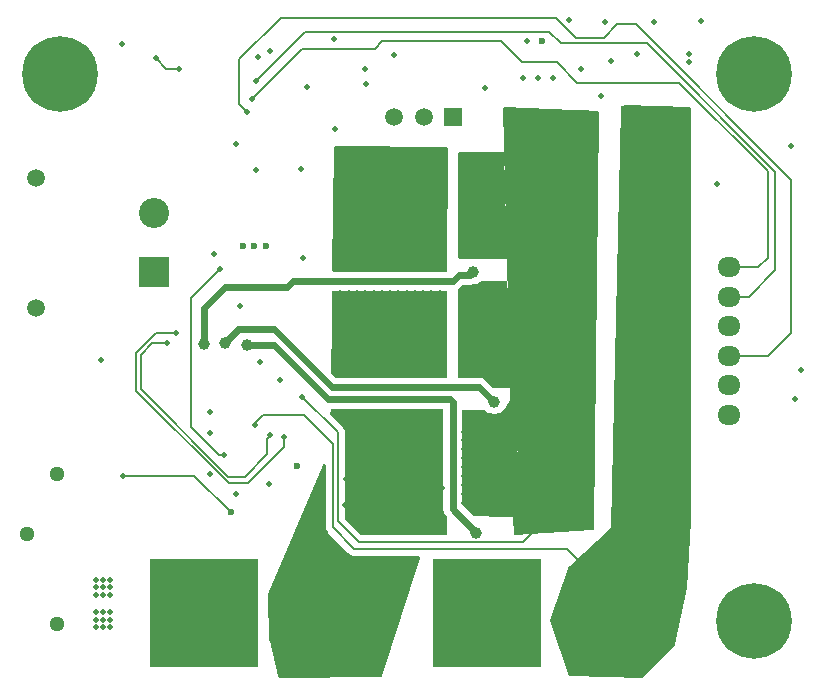
<source format=gbl>
G04 #@! TF.GenerationSoftware,KiCad,Pcbnew,9.0.0*
G04 #@! TF.CreationDate,2025-07-23T17:32:58-04:00*
G04 #@! TF.ProjectId,PresToe_BMS_48V,50726573-546f-4655-9f42-4d535f343856,rev?*
G04 #@! TF.SameCoordinates,Original*
G04 #@! TF.FileFunction,Copper,L6,Bot*
G04 #@! TF.FilePolarity,Positive*
%FSLAX46Y46*%
G04 Gerber Fmt 4.6, Leading zero omitted, Abs format (unit mm)*
G04 Created by KiCad (PCBNEW 9.0.0) date 2025-07-23 17:32:58*
%MOMM*%
%LPD*%
G01*
G04 APERTURE LIST*
G04 #@! TA.AperFunction,ComponentPad*
%ADD10C,0.800000*%
G04 #@! TD*
G04 #@! TA.AperFunction,ComponentPad*
%ADD11C,6.400000*%
G04 #@! TD*
G04 #@! TA.AperFunction,ComponentPad*
%ADD12C,1.295400*%
G04 #@! TD*
G04 #@! TA.AperFunction,ComponentPad*
%ADD13R,1.508000X1.508000*%
G04 #@! TD*
G04 #@! TA.AperFunction,ComponentPad*
%ADD14C,1.508000*%
G04 #@! TD*
G04 #@! TA.AperFunction,ComponentPad*
%ADD15O,1.950000X1.700000*%
G04 #@! TD*
G04 #@! TA.AperFunction,ComponentPad*
%ADD16R,9.150000X9.150000*%
G04 #@! TD*
G04 #@! TA.AperFunction,ComponentPad*
%ADD17C,9.150000*%
G04 #@! TD*
G04 #@! TA.AperFunction,ComponentPad*
%ADD18C,2.550000*%
G04 #@! TD*
G04 #@! TA.AperFunction,ComponentPad*
%ADD19R,2.550000X2.550000*%
G04 #@! TD*
G04 #@! TA.AperFunction,ViaPad*
%ADD20C,0.500000*%
G04 #@! TD*
G04 #@! TA.AperFunction,ViaPad*
%ADD21C,0.600000*%
G04 #@! TD*
G04 #@! TA.AperFunction,ViaPad*
%ADD22C,1.000000*%
G04 #@! TD*
G04 #@! TA.AperFunction,Conductor*
%ADD23C,0.200000*%
G04 #@! TD*
G04 #@! TA.AperFunction,Conductor*
%ADD24C,0.600000*%
G04 #@! TD*
G04 APERTURE END LIST*
D10*
X31850000Y-32000000D03*
X32552944Y-30302944D03*
X32552944Y-33697056D03*
X34250000Y-29600000D03*
D11*
X34250000Y-32000000D03*
D10*
X34250000Y-34400000D03*
X35947056Y-30302944D03*
X35947056Y-33697056D03*
X36650000Y-32000000D03*
D12*
X34025000Y-65800000D03*
X31485000Y-70880000D03*
X34025000Y-78500000D03*
D13*
X67566750Y-35640000D03*
D14*
X65066750Y-35640000D03*
X62566750Y-35640000D03*
D15*
X90937500Y-48320000D03*
X90937500Y-50820000D03*
X90937500Y-53320000D03*
X90937500Y-55820000D03*
X90937500Y-58320000D03*
X90937500Y-60820000D03*
D10*
X90600000Y-78250000D03*
X91302944Y-76552944D03*
X91302944Y-79947056D03*
X93000000Y-75850000D03*
D11*
X93000000Y-78250000D03*
D10*
X93000000Y-80650000D03*
X94697056Y-76552944D03*
X94697056Y-79947056D03*
X95400000Y-78250000D03*
D16*
X46430000Y-77630000D03*
D17*
X57430000Y-77630000D03*
D18*
X42205750Y-43750000D03*
D19*
X42205750Y-48750000D03*
D14*
X32205750Y-40750000D03*
X32205750Y-51750000D03*
D10*
X90600000Y-32000000D03*
X91302944Y-30302944D03*
X91302944Y-33697056D03*
X93000000Y-29600000D03*
D11*
X93000000Y-32000000D03*
D10*
X93000000Y-34400000D03*
X94697056Y-30302944D03*
X94697056Y-33697056D03*
X95400000Y-32000000D03*
D16*
X70430000Y-77630000D03*
D17*
X81430000Y-77630000D03*
D20*
X37275000Y-76050000D03*
X50850000Y-40100000D03*
D21*
X51720000Y-46495000D03*
D20*
X84525000Y-27550000D03*
X37900000Y-76050000D03*
X37750000Y-56175000D03*
X51200000Y-56325000D03*
X57432500Y-28975000D03*
X38525000Y-74800000D03*
X80375000Y-27550000D03*
X46994370Y-60578850D03*
X37900000Y-75425000D03*
D21*
X54300000Y-65140000D03*
D20*
X57500000Y-36595000D03*
D21*
X49720000Y-46495000D03*
D20*
X46994370Y-62350000D03*
X54675000Y-40050000D03*
X46950000Y-65850000D03*
X39520000Y-29460000D03*
X47275000Y-47250000D03*
X37275000Y-74800000D03*
X38525000Y-76050000D03*
X38525000Y-75425000D03*
X87526150Y-30954999D03*
X88525000Y-27450000D03*
X54800000Y-47575000D03*
X51975000Y-66675000D03*
X75975000Y-32342200D03*
X87526150Y-30305001D03*
X52898220Y-57850000D03*
X49495000Y-51610000D03*
X37275000Y-75425000D03*
X37900000Y-74800000D03*
X89875000Y-41300000D03*
D21*
X50720000Y-46495000D03*
D20*
X76450000Y-53250000D03*
X69900000Y-66750000D03*
X75050000Y-49500000D03*
X79250000Y-42000000D03*
X74800000Y-63750000D03*
X75750000Y-60000000D03*
X72950000Y-45750000D03*
X72500000Y-38250000D03*
X78550000Y-51750000D03*
X74350000Y-51000000D03*
X73650000Y-40500000D03*
X73650000Y-44250000D03*
X72950000Y-47250000D03*
X68750000Y-39000000D03*
X68750000Y-50250000D03*
X78550000Y-51000000D03*
X71550000Y-42000000D03*
X72950000Y-59250000D03*
X75050000Y-52500000D03*
X74800000Y-66000000D03*
X75050000Y-51000000D03*
X79500000Y-36000000D03*
X75750000Y-45750000D03*
X74800000Y-63000000D03*
X68750000Y-43500000D03*
X77600000Y-69750000D03*
X75750000Y-56250000D03*
X75050000Y-40500000D03*
X69900000Y-65250000D03*
X68500000Y-63750000D03*
X75750000Y-41250000D03*
X76200000Y-69000000D03*
X75050000Y-44250000D03*
X74350000Y-49500000D03*
X77150000Y-44250000D03*
X75050000Y-42000000D03*
X75750000Y-40500000D03*
X76450000Y-55500000D03*
X72000000Y-68250000D03*
X77150000Y-55500000D03*
X79250000Y-41250000D03*
X76450000Y-46500000D03*
X70150000Y-45750000D03*
X72950000Y-42000000D03*
X69450000Y-39000000D03*
X72250000Y-50250000D03*
X74350000Y-57000000D03*
X68750000Y-61500000D03*
X71550000Y-45750000D03*
X73900000Y-36000000D03*
X76900000Y-69750000D03*
X70850000Y-55500000D03*
X77850000Y-57750000D03*
X74800000Y-62250000D03*
X74350000Y-39750000D03*
X77150000Y-46500000D03*
X76450000Y-41250000D03*
X74600000Y-36000000D03*
X78300000Y-66000000D03*
X74800000Y-65250000D03*
X78550000Y-39750000D03*
X78550000Y-57750000D03*
X73650000Y-39000000D03*
X76700000Y-37500000D03*
X76450000Y-42000000D03*
X69450000Y-61500000D03*
X73200000Y-36000000D03*
X70850000Y-45750000D03*
X79250000Y-47250000D03*
X76450000Y-49500000D03*
X79250000Y-50250000D03*
X75750000Y-55500000D03*
X68750000Y-56250000D03*
X78550000Y-60750000D03*
X75050000Y-42750000D03*
X69450000Y-39750000D03*
X72950000Y-60000000D03*
X77150000Y-60750000D03*
X74350000Y-48000000D03*
X74350000Y-39000000D03*
X78550000Y-56250000D03*
X70850000Y-51750000D03*
X78550000Y-45000000D03*
X68750000Y-51000000D03*
X70850000Y-43500000D03*
X69200000Y-63000000D03*
X78300000Y-69000000D03*
X78550000Y-54000000D03*
X72250000Y-61500000D03*
X76900000Y-63000000D03*
X74100000Y-62250000D03*
X54780000Y-59280000D03*
X74350000Y-54000000D03*
X70850000Y-53250000D03*
X77150000Y-57000000D03*
X79250000Y-52500000D03*
X77850000Y-44250000D03*
X75300000Y-38250000D03*
X70600000Y-66750000D03*
X77150000Y-53250000D03*
X70600000Y-66000000D03*
X73650000Y-61500000D03*
X68500000Y-67500000D03*
X75050000Y-58500000D03*
X70850000Y-61500000D03*
X71550000Y-54750000D03*
X75050000Y-54000000D03*
X69200000Y-67500000D03*
X72950000Y-56250000D03*
X75750000Y-42000000D03*
X69900000Y-64500000D03*
X77400000Y-38250000D03*
X69450000Y-43500000D03*
X70150000Y-51750000D03*
X70150000Y-46500000D03*
X77150000Y-42750000D03*
X79250000Y-54000000D03*
X70850000Y-57000000D03*
X75050000Y-57750000D03*
X78300000Y-68250000D03*
X79500000Y-36750000D03*
X77850000Y-42000000D03*
X73400000Y-67500000D03*
X75050000Y-39750000D03*
X76000000Y-38250000D03*
X72950000Y-40500000D03*
X75750000Y-59250000D03*
X72250000Y-41250000D03*
X72000000Y-66750000D03*
X71550000Y-56250000D03*
X70850000Y-54750000D03*
X77850000Y-60000000D03*
X77850000Y-56250000D03*
X69450000Y-41250000D03*
X78550000Y-59250000D03*
X76450000Y-57750000D03*
X79000000Y-65250000D03*
X72250000Y-53250000D03*
X73400000Y-65250000D03*
X72250000Y-54000000D03*
X70150000Y-41250000D03*
X72950000Y-54750000D03*
X72250000Y-56250000D03*
X75300000Y-36750000D03*
X79000000Y-66000000D03*
X71550000Y-50250000D03*
X77850000Y-61500000D03*
X72700000Y-68250000D03*
X77850000Y-52500000D03*
X78300000Y-69750000D03*
X71550000Y-41250000D03*
X73650000Y-50250000D03*
X77150000Y-49500000D03*
X74350000Y-57750000D03*
X72250000Y-39750000D03*
X77850000Y-41250000D03*
X70150000Y-60750000D03*
X77150000Y-45750000D03*
X72700000Y-63750000D03*
X77150000Y-47250000D03*
X69450000Y-53250000D03*
X68750000Y-60750000D03*
X75050000Y-56250000D03*
X73650000Y-57000000D03*
X72000000Y-64500000D03*
X74350000Y-52500000D03*
X70150000Y-39000000D03*
X74350000Y-44250000D03*
X78100000Y-36000000D03*
X73650000Y-52500000D03*
X75050000Y-48750000D03*
X74800000Y-66750000D03*
X72950000Y-60750000D03*
X79000000Y-62250000D03*
X74100000Y-67500000D03*
X74800000Y-69750000D03*
X71300000Y-65250000D03*
X74600000Y-37500000D03*
X75050000Y-55500000D03*
X75750000Y-50250000D03*
X74100000Y-68250000D03*
X75300000Y-36000000D03*
X70850000Y-51000000D03*
X75500000Y-65250000D03*
X75750000Y-39000000D03*
X72500000Y-36000000D03*
X77400000Y-36750000D03*
X72250000Y-54750000D03*
X76450000Y-56250000D03*
X68750000Y-39750000D03*
X72950000Y-50250000D03*
X77150000Y-51000000D03*
X72700000Y-62250000D03*
X74100000Y-63000000D03*
X73650000Y-60000000D03*
X75750000Y-53250000D03*
X76450000Y-48000000D03*
X75750000Y-60750000D03*
X74100000Y-65250000D03*
X77850000Y-50250000D03*
X78550000Y-43500000D03*
X76200000Y-65250000D03*
X73650000Y-58500000D03*
X77400000Y-36000000D03*
X76000000Y-36000000D03*
X77850000Y-47250000D03*
X78800000Y-37500000D03*
X77150000Y-54000000D03*
X69450000Y-45000000D03*
X79000000Y-69000000D03*
X75500000Y-68250000D03*
X74350000Y-50250000D03*
X70850000Y-42750000D03*
X79250000Y-45000000D03*
X68500000Y-64500000D03*
X68500000Y-65250000D03*
X76200000Y-64500000D03*
X69450000Y-56250000D03*
X72950000Y-51750000D03*
X73650000Y-48000000D03*
X73900000Y-38250000D03*
X71550000Y-42750000D03*
X72250000Y-45750000D03*
X79250000Y-39750000D03*
X76450000Y-60750000D03*
X75500000Y-62250000D03*
X77850000Y-49500000D03*
X70850000Y-45000000D03*
X75750000Y-44250000D03*
X77150000Y-51750000D03*
X76700000Y-36750000D03*
X79000000Y-67500000D03*
X77600000Y-62250000D03*
X73650000Y-54000000D03*
X76450000Y-59250000D03*
X77150000Y-54750000D03*
X74350000Y-53250000D03*
X75750000Y-45000000D03*
X77850000Y-39750000D03*
X76450000Y-47250000D03*
X79250000Y-53250000D03*
X77150000Y-61500000D03*
X70850000Y-56250000D03*
X77150000Y-43500000D03*
X70850000Y-54000000D03*
X77850000Y-46500000D03*
X79000000Y-66750000D03*
X70850000Y-52500000D03*
X76900000Y-64500000D03*
X72700000Y-66750000D03*
X76450000Y-39000000D03*
X70850000Y-40500000D03*
X72950000Y-58500000D03*
X70600000Y-63000000D03*
X72000000Y-67500000D03*
X70850000Y-46500000D03*
X69900000Y-66000000D03*
X73650000Y-42000000D03*
X75050000Y-47250000D03*
X74100000Y-69000000D03*
X77150000Y-39750000D03*
X69900000Y-63000000D03*
X75750000Y-48750000D03*
X76450000Y-44250000D03*
X77850000Y-51750000D03*
X76200000Y-66750000D03*
X70150000Y-55500000D03*
X68750000Y-40500000D03*
X71550000Y-43500000D03*
X73650000Y-60750000D03*
X75750000Y-48000000D03*
X77600000Y-64500000D03*
X75050000Y-54750000D03*
X76200000Y-68250000D03*
X71300000Y-63000000D03*
X72250000Y-45000000D03*
X76450000Y-48750000D03*
X76000000Y-37500000D03*
X77150000Y-56250000D03*
X73400000Y-62250000D03*
X78550000Y-61500000D03*
X74800000Y-69000000D03*
X74350000Y-41250000D03*
X70850000Y-39000000D03*
X78550000Y-45750000D03*
X70150000Y-42000000D03*
X77600000Y-66750000D03*
X72700000Y-64500000D03*
X73400000Y-69000000D03*
X69200000Y-68250000D03*
X71300000Y-66000000D03*
X72250000Y-52500000D03*
X79250000Y-57000000D03*
X76200000Y-63750000D03*
X72000000Y-63000000D03*
X73650000Y-49500000D03*
X76450000Y-50250000D03*
X77150000Y-40500000D03*
X69200000Y-66750000D03*
X73650000Y-55500000D03*
X79250000Y-43500000D03*
X71550000Y-45000000D03*
X71550000Y-61500000D03*
X70850000Y-50250000D03*
X75050000Y-53250000D03*
X75050000Y-45750000D03*
X75750000Y-54000000D03*
X73400000Y-66000000D03*
X72000000Y-65250000D03*
X72250000Y-43500000D03*
X76450000Y-39750000D03*
X72950000Y-52500000D03*
X70600000Y-65250000D03*
X75050000Y-48000000D03*
X75050000Y-45000000D03*
X72250000Y-46500000D03*
X77150000Y-48000000D03*
X77150000Y-42000000D03*
X76450000Y-40500000D03*
X79000000Y-63000000D03*
X72250000Y-60750000D03*
X76200000Y-69750000D03*
X78550000Y-57000000D03*
X74600000Y-38250000D03*
X71300000Y-63750000D03*
X76000000Y-36750000D03*
X68750000Y-42000000D03*
X75050000Y-51750000D03*
X70150000Y-54750000D03*
X73650000Y-51750000D03*
X77600000Y-63000000D03*
X70150000Y-39750000D03*
X73650000Y-53250000D03*
X71300000Y-66750000D03*
X70150000Y-61500000D03*
X73650000Y-39750000D03*
X75050000Y-43500000D03*
X74350000Y-56250000D03*
X75500000Y-67500000D03*
X76450000Y-51750000D03*
X79250000Y-51000000D03*
X72500000Y-37500000D03*
X78800000Y-38250000D03*
X72950000Y-51000000D03*
X73650000Y-45750000D03*
X77850000Y-54750000D03*
X72950000Y-53250000D03*
X76200000Y-63000000D03*
X74100000Y-63750000D03*
X68750000Y-52500000D03*
X72950000Y-43500000D03*
X78300000Y-62250000D03*
X76900000Y-63750000D03*
X72950000Y-46500000D03*
X75500000Y-69750000D03*
X78300000Y-64500000D03*
X76450000Y-57000000D03*
X77150000Y-48750000D03*
X79000000Y-63750000D03*
X74350000Y-55500000D03*
X76450000Y-43500000D03*
X74800000Y-68250000D03*
X76450000Y-60000000D03*
X77850000Y-59250000D03*
X79250000Y-61500000D03*
X77150000Y-39000000D03*
X73650000Y-57750000D03*
X79250000Y-46500000D03*
X76450000Y-51000000D03*
X75750000Y-51000000D03*
X76450000Y-45000000D03*
X79250000Y-56250000D03*
X68750000Y-54750000D03*
X68750000Y-51750000D03*
X78300000Y-67500000D03*
X70150000Y-43500000D03*
X77150000Y-60000000D03*
X75050000Y-61500000D03*
X78550000Y-46500000D03*
X77150000Y-45000000D03*
X74350000Y-45750000D03*
X73400000Y-68250000D03*
X77600000Y-69000000D03*
X72250000Y-55500000D03*
X69450000Y-42750000D03*
X76900000Y-67500000D03*
X79000000Y-64500000D03*
X79250000Y-60750000D03*
X69900000Y-68250000D03*
X77400000Y-37500000D03*
X74800000Y-64500000D03*
X76450000Y-54000000D03*
X75750000Y-47250000D03*
X74350000Y-51750000D03*
X68750000Y-45000000D03*
X72250000Y-39000000D03*
X78550000Y-42750000D03*
X73400000Y-66750000D03*
X73200000Y-38250000D03*
X71550000Y-46500000D03*
X70150000Y-50250000D03*
X75050000Y-50250000D03*
X68750000Y-55500000D03*
X77150000Y-41250000D03*
X76900000Y-66750000D03*
X69450000Y-42000000D03*
X79250000Y-58500000D03*
X73650000Y-41250000D03*
X76450000Y-42750000D03*
X77150000Y-57750000D03*
X72950000Y-41250000D03*
X75500000Y-63000000D03*
X78550000Y-52500000D03*
X72250000Y-40500000D03*
X78100000Y-38250000D03*
X75750000Y-46500000D03*
X70150000Y-45000000D03*
X76900000Y-66000000D03*
X74350000Y-61500000D03*
X68750000Y-44250000D03*
X75050000Y-60750000D03*
X78300000Y-65250000D03*
X72950000Y-39000000D03*
X69450000Y-50250000D03*
X68750000Y-42750000D03*
X75750000Y-43500000D03*
X69200000Y-62250000D03*
X79250000Y-60000000D03*
X73400000Y-63750000D03*
X79500000Y-37500000D03*
X75050000Y-46500000D03*
X72950000Y-57000000D03*
X78550000Y-55500000D03*
X70150000Y-51000000D03*
X74350000Y-40500000D03*
X78550000Y-44250000D03*
X78550000Y-60000000D03*
X74350000Y-59250000D03*
X77150000Y-50250000D03*
X73650000Y-48750000D03*
X71550000Y-44250000D03*
X77850000Y-48000000D03*
X75750000Y-57750000D03*
X71550000Y-53250000D03*
X73400000Y-64500000D03*
X77850000Y-54000000D03*
X75050000Y-41250000D03*
X78100000Y-37500000D03*
X76900000Y-65250000D03*
X77600000Y-66000000D03*
X72950000Y-49500000D03*
X74350000Y-60000000D03*
X73650000Y-51000000D03*
X79250000Y-40500000D03*
X78800000Y-36750000D03*
X75050000Y-57000000D03*
X73400000Y-69750000D03*
X70850000Y-41250000D03*
X79500000Y-38250000D03*
X68750000Y-54000000D03*
X76450000Y-58500000D03*
X71550000Y-39000000D03*
X78550000Y-42000000D03*
X70850000Y-42000000D03*
X75050000Y-39000000D03*
X76700000Y-38250000D03*
X72950000Y-44250000D03*
X71550000Y-39750000D03*
X77600000Y-68250000D03*
X69900000Y-63750000D03*
X72950000Y-42750000D03*
X75500000Y-63750000D03*
X79000000Y-69750000D03*
X70150000Y-56250000D03*
X73650000Y-45000000D03*
X78550000Y-50250000D03*
X79250000Y-49500000D03*
X77600000Y-63750000D03*
X69900000Y-67500000D03*
X69450000Y-51000000D03*
X73650000Y-54750000D03*
X72950000Y-45000000D03*
X79250000Y-39000000D03*
X77600000Y-65250000D03*
X78550000Y-39000000D03*
X70150000Y-57000000D03*
X76900000Y-68250000D03*
X68750000Y-57000000D03*
X70150000Y-52500000D03*
X76900000Y-62250000D03*
X74800000Y-67500000D03*
X78550000Y-40500000D03*
X73650000Y-56250000D03*
X70150000Y-40500000D03*
X75750000Y-61500000D03*
X75050000Y-59250000D03*
X69450000Y-52500000D03*
X77150000Y-58500000D03*
X75300000Y-37500000D03*
X72250000Y-51000000D03*
X69450000Y-54000000D03*
X76450000Y-52500000D03*
X68500000Y-63000000D03*
X72700000Y-67500000D03*
X71300000Y-68250000D03*
X70600000Y-67500000D03*
X78300000Y-63000000D03*
X72250000Y-42000000D03*
X70850000Y-44250000D03*
X79250000Y-45750000D03*
X74350000Y-42000000D03*
X71550000Y-52500000D03*
X74100000Y-64500000D03*
X70600000Y-64500000D03*
X71550000Y-40500000D03*
X70600000Y-68250000D03*
X78550000Y-48000000D03*
X79250000Y-57750000D03*
X76450000Y-45750000D03*
X79250000Y-48000000D03*
X69450000Y-40500000D03*
X70600000Y-62250000D03*
X71300000Y-64500000D03*
X70150000Y-42750000D03*
X75050000Y-60000000D03*
X78300000Y-66750000D03*
X75500000Y-64500000D03*
X73200000Y-37500000D03*
X69450000Y-46500000D03*
X75750000Y-52500000D03*
X72700000Y-69000000D03*
X72700000Y-66000000D03*
X72000000Y-63750000D03*
X68500000Y-62250000D03*
X68500000Y-68250000D03*
X72250000Y-47250000D03*
X74350000Y-45000000D03*
X71550000Y-51750000D03*
X73650000Y-43500000D03*
X76450000Y-54750000D03*
X77850000Y-60750000D03*
X69450000Y-55500000D03*
X75750000Y-49500000D03*
X74350000Y-43500000D03*
X73650000Y-59250000D03*
X72950000Y-54000000D03*
X75750000Y-51750000D03*
X72250000Y-44250000D03*
X74350000Y-46500000D03*
X79250000Y-48750000D03*
X73650000Y-46500000D03*
X68750000Y-53250000D03*
X79250000Y-55500000D03*
X75500000Y-69000000D03*
X77600000Y-67500000D03*
X74350000Y-54750000D03*
X72950000Y-55500000D03*
X69200000Y-66000000D03*
X77850000Y-51000000D03*
X68500000Y-66750000D03*
X71550000Y-57000000D03*
X72250000Y-57750000D03*
X78550000Y-58500000D03*
X71550000Y-55500000D03*
X78100000Y-36750000D03*
X73650000Y-47250000D03*
X78550000Y-47250000D03*
X70600000Y-63750000D03*
X77850000Y-39000000D03*
X69450000Y-45750000D03*
X69900000Y-62250000D03*
X75750000Y-54750000D03*
X74100000Y-69750000D03*
X77150000Y-59250000D03*
X73650000Y-42750000D03*
X78550000Y-54750000D03*
X79000000Y-68250000D03*
X75750000Y-58500000D03*
X74600000Y-36750000D03*
X77850000Y-43500000D03*
X73900000Y-36750000D03*
X71550000Y-51000000D03*
X71300000Y-62250000D03*
X69450000Y-51750000D03*
X69450000Y-54750000D03*
X68750000Y-45750000D03*
X74350000Y-48750000D03*
X69450000Y-57000000D03*
X75500000Y-66000000D03*
X69450000Y-60750000D03*
X74100000Y-66750000D03*
X73400000Y-63000000D03*
X72950000Y-57750000D03*
X79250000Y-51750000D03*
X78550000Y-41250000D03*
X68750000Y-41250000D03*
X72250000Y-57000000D03*
X76450000Y-61500000D03*
X71550000Y-54000000D03*
X76200000Y-62250000D03*
X78550000Y-48750000D03*
X72250000Y-42750000D03*
X71300000Y-67500000D03*
X78300000Y-63750000D03*
X68500000Y-66000000D03*
X75750000Y-39750000D03*
X70850000Y-39750000D03*
X78800000Y-36000000D03*
X79250000Y-54750000D03*
X77850000Y-55500000D03*
X72000000Y-66000000D03*
X76700000Y-36000000D03*
X78550000Y-53250000D03*
X77850000Y-40500000D03*
X74100000Y-66000000D03*
X75750000Y-42750000D03*
X77850000Y-42750000D03*
X74350000Y-47250000D03*
X72700000Y-65250000D03*
X75500000Y-66750000D03*
X72950000Y-39750000D03*
X77850000Y-45000000D03*
X77150000Y-52500000D03*
X78550000Y-49500000D03*
X69200000Y-65250000D03*
X70150000Y-53250000D03*
X77850000Y-45750000D03*
X72000000Y-62250000D03*
X74350000Y-58500000D03*
X79250000Y-44250000D03*
X72950000Y-61500000D03*
X69200000Y-63750000D03*
X77850000Y-57000000D03*
X73900000Y-37500000D03*
X69200000Y-64500000D03*
X75750000Y-57000000D03*
X70150000Y-54000000D03*
X68750000Y-46500000D03*
X72500000Y-36750000D03*
X74350000Y-42750000D03*
X72700000Y-63000000D03*
X77850000Y-48750000D03*
X74350000Y-60750000D03*
X69450000Y-44250000D03*
X77850000Y-58500000D03*
X79250000Y-59250000D03*
X79250000Y-42750000D03*
X73200000Y-36750000D03*
X76200000Y-66000000D03*
X72250000Y-51750000D03*
X76900000Y-69000000D03*
X77850000Y-53250000D03*
X76200000Y-67500000D03*
X70150000Y-44250000D03*
X42350000Y-30650000D03*
X44310000Y-31570000D03*
X65700000Y-54250000D03*
X65000000Y-56500000D03*
X60800000Y-50500000D03*
X63500000Y-70000000D03*
X66400000Y-57250000D03*
X64300000Y-55000000D03*
X61500000Y-39250000D03*
X62200000Y-52000000D03*
X63000000Y-70750000D03*
X60800000Y-52000000D03*
X64950000Y-67750000D03*
X59400000Y-52000000D03*
X62900000Y-54250000D03*
X63600000Y-47500000D03*
X58000000Y-39250000D03*
X64000000Y-73000000D03*
X61500000Y-64000000D03*
X60100000Y-46750000D03*
X62900000Y-56500000D03*
X61500000Y-61000000D03*
X66400000Y-48250000D03*
X63600000Y-65500000D03*
X62900000Y-51250000D03*
X62200000Y-65500000D03*
X59400000Y-47500000D03*
X58700000Y-61750000D03*
X59400000Y-43750000D03*
X65700000Y-57250000D03*
X62400000Y-67000000D03*
X63050000Y-74500000D03*
X61200000Y-73000000D03*
X63600000Y-56500000D03*
X60100000Y-64750000D03*
X58700000Y-46000000D03*
X59400000Y-52750000D03*
X66400000Y-41500000D03*
X65100000Y-70750000D03*
X65000000Y-40000000D03*
X60800000Y-38500000D03*
X65700000Y-53500000D03*
X60100000Y-42250000D03*
X60100000Y-48250000D03*
X60800000Y-39250000D03*
X66400000Y-65500000D03*
X58000000Y-43750000D03*
X60100000Y-57250000D03*
X66400000Y-43750000D03*
X66400000Y-43000000D03*
X58700000Y-52000000D03*
X65000000Y-39250000D03*
X62900000Y-46750000D03*
X65700000Y-51250000D03*
X59400000Y-45250000D03*
X58700000Y-52750000D03*
X58000000Y-44500000D03*
X58000000Y-40750000D03*
X62900000Y-40000000D03*
X65700000Y-62500000D03*
X65000000Y-50500000D03*
X53850000Y-82000000D03*
X63550000Y-67750000D03*
X60100000Y-54250000D03*
X60800000Y-40000000D03*
X62200000Y-64750000D03*
X60800000Y-41500000D03*
X62900000Y-61750000D03*
X65000000Y-43750000D03*
X65600000Y-70000000D03*
X65000000Y-54250000D03*
X62900000Y-55000000D03*
X63600000Y-64000000D03*
X62900000Y-57250000D03*
X60800000Y-44500000D03*
X58700000Y-64750000D03*
X62200000Y-53500000D03*
X62150000Y-67750000D03*
X60800000Y-52750000D03*
X62200000Y-43750000D03*
X64300000Y-46750000D03*
X65700000Y-64750000D03*
X58000000Y-42250000D03*
X60800000Y-42250000D03*
X62900000Y-65500000D03*
X63600000Y-39250000D03*
X65850000Y-69250000D03*
X64300000Y-40750000D03*
X61450000Y-67750000D03*
X60100000Y-55750000D03*
X65000000Y-62500000D03*
X66400000Y-52750000D03*
X63600000Y-45250000D03*
X60200000Y-70750000D03*
X59400000Y-48250000D03*
X62900000Y-61000000D03*
X58000000Y-41500000D03*
X60100000Y-53500000D03*
X66400000Y-64750000D03*
X62200000Y-51250000D03*
X65700000Y-48250000D03*
X66400000Y-46000000D03*
X66400000Y-47500000D03*
X63500000Y-75250000D03*
X62200000Y-46750000D03*
X61500000Y-44500000D03*
X64300000Y-64750000D03*
X58000000Y-57250000D03*
X66400000Y-56500000D03*
X58000000Y-45250000D03*
X62200000Y-40750000D03*
X65400000Y-68500000D03*
X65000000Y-48250000D03*
X62900000Y-64000000D03*
X61200000Y-68500000D03*
X61500000Y-50500000D03*
X62200000Y-50500000D03*
X60250000Y-69250000D03*
X65700000Y-40750000D03*
X63600000Y-46750000D03*
X60100000Y-52750000D03*
X58700000Y-65500000D03*
X64300000Y-54250000D03*
X60100000Y-40000000D03*
X60900000Y-70750000D03*
X61500000Y-55000000D03*
X66400000Y-39250000D03*
X64200000Y-70000000D03*
X58700000Y-43750000D03*
X63600000Y-40750000D03*
X59400000Y-43000000D03*
X60900000Y-82250000D03*
X59400000Y-50500000D03*
X64300000Y-57250000D03*
X62800000Y-75250000D03*
X60800000Y-55000000D03*
X65700000Y-61000000D03*
X62350000Y-69250000D03*
X60100000Y-40750000D03*
X66400000Y-55000000D03*
X60800000Y-45250000D03*
X62200000Y-39250000D03*
X59400000Y-55750000D03*
X64000000Y-73750000D03*
X62900000Y-53500000D03*
X64300000Y-43000000D03*
X59800000Y-68500000D03*
X62200000Y-55750000D03*
X59400000Y-54250000D03*
X62600000Y-73000000D03*
X60100000Y-52000000D03*
X63600000Y-48250000D03*
X64300000Y-45250000D03*
X65450000Y-66250000D03*
X64300000Y-46000000D03*
X60800000Y-64000000D03*
X61500000Y-56500000D03*
X60800000Y-43750000D03*
X66400000Y-52000000D03*
X63600000Y-44500000D03*
X62200000Y-38500000D03*
X59300000Y-70000000D03*
X62200000Y-44500000D03*
X65700000Y-40000000D03*
X62900000Y-46000000D03*
X63700000Y-70750000D03*
X56850000Y-72250000D03*
X64400000Y-70750000D03*
X58700000Y-47500000D03*
X58700000Y-55000000D03*
X60550000Y-66250000D03*
X61500000Y-43000000D03*
X64300000Y-47500000D03*
X56500000Y-70000000D03*
X58900000Y-67000000D03*
X62200000Y-40000000D03*
X58700000Y-44500000D03*
X58000000Y-48250000D03*
X66150000Y-66250000D03*
X64300000Y-52000000D03*
X64300000Y-61000000D03*
X63600000Y-52750000D03*
X53150000Y-82000000D03*
X60200000Y-82250000D03*
X58700000Y-56500000D03*
X61200000Y-73750000D03*
X62200000Y-62500000D03*
X56900000Y-71500000D03*
X65700000Y-52000000D03*
X59400000Y-46000000D03*
X65900000Y-67000000D03*
X64300000Y-62500000D03*
X64300000Y-48250000D03*
X62200000Y-52750000D03*
X59400000Y-63250000D03*
X58650000Y-67750000D03*
X59400000Y-64000000D03*
X63600000Y-43750000D03*
X62350000Y-74500000D03*
X62200000Y-63250000D03*
X58700000Y-51250000D03*
X66400000Y-62500000D03*
X60800000Y-47500000D03*
X66100000Y-68500000D03*
X64300000Y-53500000D03*
X58700000Y-42250000D03*
X62900000Y-41500000D03*
X61900000Y-73000000D03*
X60100000Y-56500000D03*
X63300000Y-73750000D03*
X60500000Y-68500000D03*
X64300000Y-38500000D03*
X58000000Y-52000000D03*
X59400000Y-65500000D03*
X64700000Y-68500000D03*
X63600000Y-64750000D03*
X62200000Y-57250000D03*
X65000000Y-45250000D03*
X65700000Y-43750000D03*
X62900000Y-63250000D03*
X58700000Y-57250000D03*
X59400000Y-56500000D03*
X60800000Y-51250000D03*
X60950000Y-69250000D03*
X61500000Y-40750000D03*
X61500000Y-65500000D03*
X59400000Y-51250000D03*
X65700000Y-61750000D03*
X59400000Y-62500000D03*
X59400000Y-38500000D03*
X62600000Y-73750000D03*
X62900000Y-47500000D03*
X58850000Y-69250000D03*
X66400000Y-63250000D03*
X62650000Y-66250000D03*
X62200000Y-55000000D03*
X56200000Y-71500000D03*
X58700000Y-45250000D03*
X60100000Y-61750000D03*
X56000000Y-70750000D03*
X58000000Y-46000000D03*
X62300000Y-70750000D03*
X65700000Y-45250000D03*
X64300000Y-55750000D03*
X60100000Y-46000000D03*
X58000000Y-51250000D03*
X59400000Y-46750000D03*
X59400000Y-42250000D03*
X60800000Y-65500000D03*
X58700000Y-48250000D03*
X65700000Y-39250000D03*
X61500000Y-48250000D03*
X65700000Y-52750000D03*
X66400000Y-40750000D03*
X62900000Y-50500000D03*
X61950000Y-66250000D03*
X64300000Y-40000000D03*
X63600000Y-61750000D03*
X60050000Y-67750000D03*
X55500000Y-71500000D03*
X60800000Y-56500000D03*
X60100000Y-44500000D03*
X62900000Y-39250000D03*
X60800000Y-53500000D03*
X63600000Y-46000000D03*
X60800000Y-55750000D03*
X59400000Y-41500000D03*
X58700000Y-43000000D03*
X66400000Y-53500000D03*
X60800000Y-61000000D03*
X65700000Y-43000000D03*
X65000000Y-53500000D03*
X64000000Y-68500000D03*
X64300000Y-44500000D03*
X63300000Y-73000000D03*
X58000000Y-54250000D03*
X61900000Y-73750000D03*
X64300000Y-52750000D03*
X64300000Y-51250000D03*
X64300000Y-64000000D03*
X65000000Y-61750000D03*
X64900000Y-70000000D03*
X62850000Y-67750000D03*
X62900000Y-44500000D03*
X63350000Y-66250000D03*
X63600000Y-51250000D03*
X57550000Y-72250000D03*
X60800000Y-54250000D03*
X58700000Y-38500000D03*
X65700000Y-38500000D03*
X61500000Y-57250000D03*
X58450000Y-66250000D03*
X63600000Y-40000000D03*
X61500000Y-47500000D03*
X64500000Y-67000000D03*
X65000000Y-55000000D03*
X58000000Y-53500000D03*
X63600000Y-57250000D03*
X59350000Y-67750000D03*
X56150000Y-72250000D03*
X61500000Y-52750000D03*
X65000000Y-55750000D03*
X59400000Y-44500000D03*
X65000000Y-41500000D03*
X62200000Y-43000000D03*
X61500000Y-40000000D03*
X63600000Y-55000000D03*
X61250000Y-66250000D03*
X62200000Y-47500000D03*
X66400000Y-51250000D03*
X58000000Y-52750000D03*
X65700000Y-44500000D03*
X65700000Y-56500000D03*
X61500000Y-46000000D03*
X53150000Y-81250000D03*
X64300000Y-56500000D03*
X65000000Y-64000000D03*
X65000000Y-46750000D03*
X65200000Y-67000000D03*
X59400000Y-57250000D03*
X60100000Y-47500000D03*
X60100000Y-65500000D03*
X60800000Y-63250000D03*
X58700000Y-61000000D03*
X62900000Y-52000000D03*
X63300000Y-68500000D03*
X61500000Y-52000000D03*
X61500000Y-53500000D03*
X63750000Y-69250000D03*
X58700000Y-50500000D03*
X66400000Y-44500000D03*
X58700000Y-64000000D03*
X61500000Y-43750000D03*
X59400000Y-40750000D03*
X59400000Y-61000000D03*
X62900000Y-48250000D03*
X64300000Y-42250000D03*
X60100000Y-45250000D03*
X62200000Y-45250000D03*
X62800000Y-70000000D03*
X61500000Y-51250000D03*
X61500000Y-62500000D03*
X59150000Y-66250000D03*
X59400000Y-64750000D03*
X59400000Y-39250000D03*
X65700000Y-55750000D03*
X61500000Y-54250000D03*
X65700000Y-65500000D03*
X66600000Y-67000000D03*
X58400000Y-68500000D03*
X60800000Y-57250000D03*
X58700000Y-41500000D03*
X63600000Y-53500000D03*
X60100000Y-39250000D03*
X62200000Y-61750000D03*
X58000000Y-56500000D03*
X58700000Y-63250000D03*
X62900000Y-43000000D03*
X61500000Y-45250000D03*
X65000000Y-57250000D03*
X59400000Y-53500000D03*
X61500000Y-63250000D03*
X66400000Y-55750000D03*
X54750000Y-72250000D03*
X64750000Y-66250000D03*
X65000000Y-65500000D03*
X65000000Y-51250000D03*
X60100000Y-38500000D03*
X63800000Y-67000000D03*
X65700000Y-41500000D03*
X63600000Y-55750000D03*
X59850000Y-66250000D03*
X60100000Y-62500000D03*
X64300000Y-43750000D03*
X61600000Y-70750000D03*
X55450000Y-72250000D03*
X60800000Y-48250000D03*
X65000000Y-38500000D03*
X59100000Y-68500000D03*
X58700000Y-54250000D03*
X65000000Y-42250000D03*
X65000000Y-64750000D03*
X58000000Y-43000000D03*
X64300000Y-61750000D03*
X60800000Y-43000000D03*
X65000000Y-61000000D03*
X63600000Y-52000000D03*
X64300000Y-65500000D03*
X64450000Y-69250000D03*
X66400000Y-54250000D03*
X63050000Y-69250000D03*
X65700000Y-64000000D03*
X58700000Y-46750000D03*
X59600000Y-67000000D03*
X60300000Y-67000000D03*
X64050000Y-66250000D03*
X58000000Y-55000000D03*
X63600000Y-43000000D03*
X54600000Y-73000000D03*
X64300000Y-39250000D03*
X60100000Y-43000000D03*
X61500000Y-41500000D03*
X65000000Y-40750000D03*
X62200000Y-48250000D03*
X65700000Y-63250000D03*
X61500000Y-55750000D03*
X53900000Y-73000000D03*
X66400000Y-46750000D03*
X64300000Y-63250000D03*
X64300000Y-50500000D03*
X63600000Y-63250000D03*
X61900000Y-68500000D03*
X60100000Y-61000000D03*
X62600000Y-68500000D03*
X59550000Y-69250000D03*
X66400000Y-45250000D03*
X63750000Y-74500000D03*
X66350000Y-67750000D03*
X63600000Y-42250000D03*
X58000000Y-46750000D03*
X58700000Y-53500000D03*
X66400000Y-64000000D03*
X60100000Y-43750000D03*
X65000000Y-44500000D03*
X59400000Y-55000000D03*
X62200000Y-61000000D03*
X62900000Y-40750000D03*
X58700000Y-40000000D03*
X62900000Y-42250000D03*
X62100000Y-70000000D03*
X62900000Y-62500000D03*
X60100000Y-50500000D03*
X66400000Y-40000000D03*
X60800000Y-40750000D03*
X62900000Y-45250000D03*
X56700000Y-70750000D03*
X58000000Y-61000000D03*
X61500000Y-42250000D03*
X65700000Y-42250000D03*
X60750000Y-67750000D03*
X66400000Y-61750000D03*
X61400000Y-70000000D03*
X66400000Y-61000000D03*
X65000000Y-47500000D03*
X60100000Y-64000000D03*
X58700000Y-39250000D03*
X61650000Y-69250000D03*
X61500000Y-61750000D03*
X65000000Y-46000000D03*
X63600000Y-61000000D03*
X58700000Y-62500000D03*
X65700000Y-55000000D03*
X65000000Y-52750000D03*
X63600000Y-62500000D03*
X58700000Y-40750000D03*
X64300000Y-41500000D03*
X60800000Y-46000000D03*
X63100000Y-67000000D03*
X62200000Y-41500000D03*
X62200000Y-46000000D03*
X65000000Y-63250000D03*
X61000000Y-67000000D03*
X60500000Y-73000000D03*
X62200000Y-42250000D03*
X66400000Y-38500000D03*
X64250000Y-67750000D03*
X61500000Y-64750000D03*
X60700000Y-70000000D03*
X65000000Y-43000000D03*
X58000000Y-40000000D03*
X60100000Y-41500000D03*
X61500000Y-46750000D03*
X65000000Y-52000000D03*
X65700000Y-46750000D03*
X58700000Y-55750000D03*
X58000000Y-47500000D03*
X60800000Y-64750000D03*
X62200000Y-56500000D03*
X62900000Y-52750000D03*
X61700000Y-67000000D03*
X65150000Y-69250000D03*
X62200000Y-64000000D03*
X62200000Y-54250000D03*
X63600000Y-38500000D03*
X60100000Y-55000000D03*
X62900000Y-38500000D03*
X63600000Y-54250000D03*
X65700000Y-46000000D03*
X58000000Y-55750000D03*
X60800000Y-46750000D03*
X62900000Y-64750000D03*
X66400000Y-42250000D03*
X65650000Y-67750000D03*
X59400000Y-40000000D03*
X60100000Y-51250000D03*
X60800000Y-61750000D03*
X60000000Y-70000000D03*
X58000000Y-38500000D03*
X66400000Y-50500000D03*
X60800000Y-62500000D03*
X62900000Y-43750000D03*
X65700000Y-47500000D03*
X62900000Y-55750000D03*
X63600000Y-41500000D03*
X63600000Y-50500000D03*
X60100000Y-63250000D03*
X58000000Y-50500000D03*
X65700000Y-50500000D03*
X61500000Y-38500000D03*
X59400000Y-61750000D03*
X82050000Y-63750000D03*
X82750000Y-58500000D03*
X86950000Y-67500000D03*
X85550000Y-62250000D03*
X84150000Y-48750000D03*
X86250000Y-61500000D03*
X86250000Y-63000000D03*
X84150000Y-51000000D03*
X85550000Y-65250000D03*
X82750000Y-49500000D03*
X87200000Y-40500000D03*
X85100000Y-42750000D03*
X84850000Y-51750000D03*
X82050000Y-64500000D03*
X82050000Y-47250000D03*
X84400000Y-36000000D03*
X86950000Y-45000000D03*
X83450000Y-65250000D03*
X86250000Y-45750000D03*
X84850000Y-45750000D03*
X84150000Y-59250000D03*
X84850000Y-63750000D03*
X84150000Y-45000000D03*
X86500000Y-36750000D03*
X84150000Y-57000000D03*
X82050000Y-51750000D03*
X82050000Y-62250000D03*
X83450000Y-58500000D03*
X78500000Y-82250000D03*
X86250000Y-66750000D03*
X85550000Y-56250000D03*
X83700000Y-41250000D03*
X82300000Y-42000000D03*
X84200000Y-72750000D03*
X82050000Y-58500000D03*
X82750000Y-45000000D03*
X85600000Y-72750000D03*
X86950000Y-51750000D03*
X85600000Y-74250000D03*
X83450000Y-59250000D03*
X86950000Y-46500000D03*
X82050000Y-65250000D03*
X87000000Y-71250000D03*
X84150000Y-61500000D03*
X82750000Y-67500000D03*
X85100000Y-41250000D03*
X85550000Y-66750000D03*
X84850000Y-68250000D03*
X86500000Y-42000000D03*
X82050000Y-48000000D03*
X85550000Y-44250000D03*
X86250000Y-65250000D03*
X84850000Y-66000000D03*
X79750000Y-72750000D03*
X86950000Y-45750000D03*
X86950000Y-49500000D03*
X86500000Y-40500000D03*
X85550000Y-58500000D03*
X83700000Y-39750000D03*
X86250000Y-45000000D03*
X85550000Y-43500000D03*
X82750000Y-70500000D03*
X84150000Y-60750000D03*
X83000000Y-37500000D03*
X86500000Y-39000000D03*
X83000000Y-35250000D03*
X83450000Y-66750000D03*
X86950000Y-58500000D03*
X85550000Y-57000000D03*
X83450000Y-45000000D03*
X83000000Y-42000000D03*
X86500000Y-41250000D03*
X87000000Y-74250000D03*
X85550000Y-48000000D03*
X84400000Y-41250000D03*
X84850000Y-56250000D03*
X85550000Y-60000000D03*
X86950000Y-69000000D03*
X83700000Y-39000000D03*
X86950000Y-63000000D03*
X85800000Y-42750000D03*
X85550000Y-64500000D03*
X83450000Y-68250000D03*
X82750000Y-44250000D03*
X82300000Y-39750000D03*
X81400000Y-71250000D03*
X86250000Y-63750000D03*
X84150000Y-70500000D03*
X84150000Y-58500000D03*
X82050000Y-67500000D03*
X84150000Y-69000000D03*
X82750000Y-54000000D03*
X82750000Y-46500000D03*
X84850000Y-52500000D03*
X83500000Y-71250000D03*
X82750000Y-65250000D03*
X83700000Y-40500000D03*
X86250000Y-54000000D03*
X84150000Y-47250000D03*
X82750000Y-56250000D03*
X84850000Y-49500000D03*
X82750000Y-53250000D03*
X83450000Y-62250000D03*
X86250000Y-48750000D03*
X84850000Y-65250000D03*
X84150000Y-44250000D03*
X84150000Y-51750000D03*
X84850000Y-53250000D03*
X82050000Y-60000000D03*
X82750000Y-63750000D03*
X87200000Y-39000000D03*
X83450000Y-67500000D03*
X80700000Y-72000000D03*
X85600000Y-73500000D03*
X86500000Y-36000000D03*
X84850000Y-58500000D03*
X84400000Y-40500000D03*
X83700000Y-36000000D03*
X86950000Y-48750000D03*
X82050000Y-57750000D03*
X84150000Y-50250000D03*
X84150000Y-56250000D03*
X84850000Y-55500000D03*
X84150000Y-45750000D03*
X82050000Y-61500000D03*
X82300000Y-41250000D03*
X83000000Y-36000000D03*
X86250000Y-60750000D03*
X86250000Y-58500000D03*
X84150000Y-53250000D03*
X84400000Y-38250000D03*
X82050000Y-49500000D03*
X83700000Y-42000000D03*
X82300000Y-42750000D03*
X84150000Y-68250000D03*
X86950000Y-54000000D03*
X84850000Y-43500000D03*
X83450000Y-51750000D03*
X83450000Y-69750000D03*
X82050000Y-45000000D03*
X85800000Y-36750000D03*
X83700000Y-35250000D03*
X86300000Y-75750000D03*
X86500000Y-37500000D03*
X86250000Y-48000000D03*
X83450000Y-63750000D03*
X86250000Y-52500000D03*
X85100000Y-42000000D03*
X82750000Y-47250000D03*
X84850000Y-57750000D03*
X82750000Y-61500000D03*
X84150000Y-66000000D03*
X82750000Y-59250000D03*
X84150000Y-63750000D03*
X84150000Y-65250000D03*
X83000000Y-40500000D03*
X84200000Y-71250000D03*
X84150000Y-57750000D03*
X82300000Y-37500000D03*
X86950000Y-68250000D03*
X86950000Y-53250000D03*
X84850000Y-69000000D03*
X85550000Y-48750000D03*
X84400000Y-36750000D03*
X86950000Y-52500000D03*
X83450000Y-43500000D03*
X82050000Y-51000000D03*
X80000000Y-72000000D03*
X84400000Y-42000000D03*
X84150000Y-64500000D03*
X84850000Y-64500000D03*
X84850000Y-69750000D03*
X84850000Y-70500000D03*
X84850000Y-62250000D03*
X84400000Y-35250000D03*
X84150000Y-43500000D03*
X86950000Y-43500000D03*
X86300000Y-73500000D03*
X84850000Y-54000000D03*
X82050000Y-57000000D03*
X84850000Y-48750000D03*
X85550000Y-69000000D03*
X83450000Y-69000000D03*
X85550000Y-63000000D03*
X83700000Y-36750000D03*
X85100000Y-36750000D03*
X86500000Y-39750000D03*
X83000000Y-39750000D03*
X85550000Y-51000000D03*
X82750000Y-50250000D03*
X82050000Y-60750000D03*
X86250000Y-55500000D03*
X85100000Y-36000000D03*
X85550000Y-52500000D03*
X86950000Y-55500000D03*
X82050000Y-66000000D03*
X86250000Y-54750000D03*
X87200000Y-36000000D03*
X82050000Y-46500000D03*
X85550000Y-57750000D03*
X86950000Y-48000000D03*
X79050000Y-72750000D03*
X86250000Y-64500000D03*
X87000000Y-73500000D03*
X84150000Y-69750000D03*
X86250000Y-56250000D03*
X84850000Y-46500000D03*
X82050000Y-52500000D03*
X84400000Y-39750000D03*
X87200000Y-36750000D03*
X86250000Y-43500000D03*
X84850000Y-61500000D03*
X86250000Y-49500000D03*
X84200000Y-72000000D03*
X84850000Y-60750000D03*
X87200000Y-38250000D03*
X85550000Y-55500000D03*
X82050000Y-48750000D03*
X85800000Y-39000000D03*
X82100000Y-71250000D03*
X86250000Y-44250000D03*
X85550000Y-49500000D03*
X84850000Y-45000000D03*
X85800000Y-41250000D03*
X83450000Y-45750000D03*
X87200000Y-37500000D03*
X80700000Y-71250000D03*
X86250000Y-66000000D03*
X83450000Y-63000000D03*
X82750000Y-43500000D03*
X82300000Y-38250000D03*
X82050000Y-45750000D03*
X82050000Y-68250000D03*
X86250000Y-53250000D03*
X86250000Y-51750000D03*
X83500000Y-72750000D03*
X85800000Y-39750000D03*
X84850000Y-50250000D03*
X86950000Y-57750000D03*
X77800000Y-82250000D03*
X82300000Y-40500000D03*
X86950000Y-66000000D03*
X86250000Y-67500000D03*
X83450000Y-70500000D03*
X87000000Y-72000000D03*
X83450000Y-53250000D03*
X82750000Y-62250000D03*
X83450000Y-52500000D03*
X83450000Y-48000000D03*
X82100000Y-72000000D03*
X82750000Y-57000000D03*
X87000000Y-75000000D03*
X86950000Y-60750000D03*
X82750000Y-60750000D03*
X83450000Y-56250000D03*
X86300000Y-74250000D03*
X86950000Y-57000000D03*
X85800000Y-42000000D03*
X85550000Y-69750000D03*
X86950000Y-61500000D03*
X86950000Y-63750000D03*
X86500000Y-38250000D03*
X85550000Y-63750000D03*
X87200000Y-42000000D03*
X82050000Y-54000000D03*
X83450000Y-44250000D03*
X87000000Y-75750000D03*
X82750000Y-69000000D03*
X86250000Y-70500000D03*
X86250000Y-47250000D03*
X86250000Y-57000000D03*
X82750000Y-52500000D03*
X85550000Y-54750000D03*
X86950000Y-44250000D03*
X84850000Y-48000000D03*
X82050000Y-44250000D03*
X84900000Y-71250000D03*
X83450000Y-54750000D03*
X81400000Y-72000000D03*
X87200000Y-35250000D03*
X82750000Y-48000000D03*
X82050000Y-69750000D03*
X85550000Y-53250000D03*
X86300000Y-72000000D03*
X85550000Y-60750000D03*
X82050000Y-55500000D03*
X86950000Y-60000000D03*
X86250000Y-51000000D03*
X83500000Y-72000000D03*
X84150000Y-46500000D03*
X86500000Y-35250000D03*
X85550000Y-47250000D03*
X85100000Y-39000000D03*
X85800000Y-37500000D03*
X84850000Y-67500000D03*
X85550000Y-45750000D03*
X84150000Y-55500000D03*
X82750000Y-64500000D03*
X82750000Y-51000000D03*
X82750000Y-66750000D03*
X86300000Y-75000000D03*
X84150000Y-54750000D03*
X83000000Y-41250000D03*
X84850000Y-59250000D03*
X82750000Y-55500000D03*
X82050000Y-66750000D03*
X87200000Y-39750000D03*
X85800000Y-36000000D03*
X85100000Y-40500000D03*
X86950000Y-69750000D03*
X86250000Y-68250000D03*
X85600000Y-71250000D03*
X85550000Y-45000000D03*
X82050000Y-43500000D03*
X87200000Y-41250000D03*
X83450000Y-66000000D03*
X83450000Y-51000000D03*
X86950000Y-56250000D03*
X83450000Y-50250000D03*
X86950000Y-54750000D03*
X86950000Y-70500000D03*
X83450000Y-64500000D03*
X86950000Y-51000000D03*
X82750000Y-63000000D03*
X83700000Y-38250000D03*
X86950000Y-47250000D03*
X82750000Y-57750000D03*
X84900000Y-72750000D03*
X84150000Y-54000000D03*
X83700000Y-42750000D03*
X82750000Y-54750000D03*
X82300000Y-35250000D03*
X85800000Y-40500000D03*
X82750000Y-68250000D03*
X85550000Y-51750000D03*
X82750000Y-48750000D03*
X83450000Y-54000000D03*
X86950000Y-66750000D03*
X82050000Y-53250000D03*
X83700000Y-37500000D03*
X86300000Y-72750000D03*
X82050000Y-50250000D03*
X82300000Y-39000000D03*
X86250000Y-62250000D03*
X86250000Y-59250000D03*
X84900000Y-72000000D03*
X84150000Y-67500000D03*
X85550000Y-46500000D03*
X84850000Y-60000000D03*
X84150000Y-66750000D03*
X85100000Y-38250000D03*
X86250000Y-69750000D03*
X83000000Y-38250000D03*
X82800000Y-71250000D03*
X85100000Y-39750000D03*
X86500000Y-42750000D03*
X85550000Y-68250000D03*
X83000000Y-39000000D03*
X84850000Y-47250000D03*
X86950000Y-64500000D03*
X84150000Y-49500000D03*
X84850000Y-66750000D03*
X84150000Y-62250000D03*
X83450000Y-55500000D03*
X85550000Y-54000000D03*
X86300000Y-71250000D03*
X84850000Y-57000000D03*
X83450000Y-48750000D03*
X86950000Y-50250000D03*
X84850000Y-54750000D03*
X84150000Y-63000000D03*
X84150000Y-60000000D03*
X86950000Y-59250000D03*
X83450000Y-57750000D03*
X82750000Y-51750000D03*
X86250000Y-50250000D03*
X82800000Y-72000000D03*
X85550000Y-59250000D03*
X82050000Y-54750000D03*
X83450000Y-49500000D03*
X85100000Y-37500000D03*
X82750000Y-69750000D03*
X83000000Y-42750000D03*
X83450000Y-60000000D03*
X83450000Y-46500000D03*
X84400000Y-42750000D03*
X82050000Y-59250000D03*
X82050000Y-70500000D03*
X85800000Y-35250000D03*
X83000000Y-36750000D03*
X82300000Y-36000000D03*
X82300000Y-36750000D03*
X84150000Y-52500000D03*
X85550000Y-50250000D03*
X84850000Y-51000000D03*
X85800000Y-38250000D03*
X83450000Y-57000000D03*
X82750000Y-60000000D03*
X84150000Y-48000000D03*
X84850000Y-44250000D03*
X85100000Y-35250000D03*
X85550000Y-67500000D03*
X87200000Y-42750000D03*
X84400000Y-37500000D03*
X83450000Y-61500000D03*
X83450000Y-47250000D03*
X86250000Y-60000000D03*
X82750000Y-66000000D03*
X87000000Y-72750000D03*
X83450000Y-60750000D03*
X84900000Y-73500000D03*
X86950000Y-62250000D03*
X86250000Y-46500000D03*
X82050000Y-63000000D03*
X82050000Y-56250000D03*
X50784401Y-61722162D03*
X84850000Y-63000000D03*
X84400000Y-39000000D03*
X82750000Y-45750000D03*
X86250000Y-57750000D03*
X86950000Y-65250000D03*
X85550000Y-61500000D03*
X86250000Y-69000000D03*
X85550000Y-70500000D03*
X82050000Y-69000000D03*
X85550000Y-66000000D03*
X85600000Y-72000000D03*
X49150000Y-67525000D03*
X80920000Y-30910000D03*
X74705000Y-32342200D03*
X78360000Y-31580000D03*
X50089483Y-35204461D03*
X97000000Y-57000000D03*
X51000000Y-30500000D03*
X50492029Y-34045625D03*
X49200000Y-37900000D03*
X50850000Y-32565164D03*
X52000000Y-30000000D03*
X96500000Y-59500000D03*
D22*
X69520000Y-70810000D03*
X50050000Y-54950000D03*
X71000000Y-59750000D03*
X48200000Y-54750000D03*
X69250000Y-48750000D03*
X46450000Y-54850000D03*
D20*
X43320000Y-54780000D03*
X52060000Y-62570000D03*
X44090000Y-53890000D03*
X53200000Y-62710000D03*
X47790000Y-48470000D03*
X48160000Y-64210000D03*
X80050000Y-33850000D03*
X96150000Y-38050000D03*
X39575000Y-65975000D03*
D21*
X48700000Y-69060000D03*
D20*
X73435000Y-32342200D03*
X83093850Y-30289097D03*
X77375000Y-27375000D03*
X62520000Y-30400000D03*
X55130000Y-33060000D03*
D21*
X75025000Y-29150000D03*
D20*
X73815000Y-29195000D03*
X60040000Y-31510000D03*
X60150000Y-32780000D03*
X70210000Y-33190000D03*
X37275000Y-78800000D03*
X37275000Y-78175000D03*
X38525000Y-78175000D03*
X38525000Y-78800000D03*
X38525000Y-77550000D03*
X37900000Y-78800000D03*
X37900000Y-78175000D03*
X37275000Y-77550000D03*
X37900000Y-77550000D03*
D23*
X59540000Y-71610000D02*
X73490000Y-71610000D01*
X73490000Y-71610000D02*
X75670000Y-69430000D01*
X57776712Y-62276712D02*
X57776712Y-69846712D01*
X54780000Y-59280000D02*
X57776712Y-62276712D01*
X57776712Y-69846712D02*
X59540000Y-71610000D01*
X75670000Y-69430000D02*
X75670000Y-52750000D01*
X43270000Y-31570000D02*
X42350000Y-30650000D01*
X44310000Y-31570000D02*
X43270000Y-31570000D01*
X59150000Y-72150000D02*
X77190000Y-72150000D01*
X57350000Y-63270000D02*
X57350000Y-70350000D01*
X50784401Y-61545599D02*
X51480000Y-60850000D01*
X57350000Y-70350000D02*
X59150000Y-72150000D01*
X54930000Y-60850000D02*
X57350000Y-63270000D01*
X51480000Y-60850000D02*
X54930000Y-60850000D01*
X50784401Y-61722162D02*
X50784401Y-61545599D01*
X77190000Y-72150000D02*
X81430000Y-76390000D01*
X81450000Y-27740000D02*
X83010000Y-27740000D01*
X80280000Y-28910000D02*
X81450000Y-27740000D01*
X94200000Y-55820000D02*
X90937500Y-55820000D01*
X49410000Y-30710000D02*
X52930000Y-27190000D01*
X52930000Y-27190000D02*
X76230000Y-27190000D01*
X96190000Y-53890000D02*
X94230000Y-55850000D01*
X94230000Y-55850000D02*
X94200000Y-55820000D01*
X49410000Y-34524978D02*
X49410000Y-30710000D01*
X50089483Y-35204461D02*
X49410000Y-34524978D01*
X77950000Y-28910000D02*
X80280000Y-28910000D01*
X83010000Y-27740000D02*
X96190000Y-40920000D01*
X76230000Y-27190000D02*
X77950000Y-28910000D01*
X96190000Y-40920000D02*
X96190000Y-53890000D01*
X71590000Y-29190000D02*
X73370000Y-30970000D01*
X60910000Y-29820000D02*
X61540000Y-29190000D01*
X78020000Y-32690000D02*
X86690000Y-32690000D01*
X54717654Y-29820000D02*
X60910000Y-29820000D01*
X73370000Y-30970000D02*
X76300000Y-30970000D01*
X86690000Y-32690000D02*
X94170000Y-40170000D01*
X93370000Y-48320000D02*
X90937500Y-48320000D01*
X76300000Y-30970000D02*
X78020000Y-32690000D01*
X94170000Y-47520000D02*
X93370000Y-48320000D01*
X94170000Y-40170000D02*
X94170000Y-47520000D01*
X50492029Y-34045625D02*
X54717654Y-29820000D01*
X61540000Y-29190000D02*
X71590000Y-29190000D01*
X94830000Y-40264314D02*
X94830000Y-48570000D01*
X94830000Y-48570000D02*
X92580000Y-50820000D01*
X75646900Y-28374000D02*
X76647900Y-29375000D01*
X55041164Y-28374000D02*
X75646900Y-28374000D01*
X92580000Y-50820000D02*
X90937500Y-50820000D01*
X50850000Y-32565164D02*
X55041164Y-28374000D01*
X76647900Y-29375000D02*
X83940686Y-29375000D01*
X83940686Y-29375000D02*
X94830000Y-40264314D01*
D24*
X52387925Y-54950000D02*
X50050000Y-54950000D01*
X67250000Y-59500000D02*
X56937925Y-59500000D01*
X56937925Y-59500000D02*
X52387925Y-54950000D01*
X67500000Y-68790000D02*
X67500000Y-59750000D01*
X67500000Y-59750000D02*
X67250000Y-59500000D01*
X69520000Y-70810000D02*
X67500000Y-68790000D01*
X57250000Y-58500000D02*
X52350000Y-53600000D01*
X49350000Y-53600000D02*
X48200000Y-54750000D01*
X71000000Y-59750000D02*
X69750000Y-58500000D01*
X52350000Y-53600000D02*
X49350000Y-53600000D01*
X69750000Y-58500000D02*
X57250000Y-58500000D01*
X53500000Y-50000000D02*
X54000000Y-49500000D01*
X67500000Y-49500000D02*
X68000000Y-49000000D01*
X68000000Y-49000000D02*
X69000000Y-49000000D01*
X54000000Y-49500000D02*
X67500000Y-49500000D01*
X69000000Y-49000000D02*
X69250000Y-48750000D01*
X48250000Y-50000000D02*
X53500000Y-50000000D01*
X46450000Y-51800000D02*
X48250000Y-50000000D01*
X46450000Y-54850000D02*
X46450000Y-51800000D01*
D23*
X48520000Y-66050000D02*
X49900000Y-66050000D01*
X41110000Y-55740000D02*
X41110000Y-58640000D01*
X51780000Y-62850000D02*
X52060000Y-62570000D01*
X51780000Y-64170000D02*
X51780000Y-62850000D01*
X43320000Y-54780000D02*
X42070000Y-54780000D01*
X41110000Y-58640000D02*
X48520000Y-66050000D01*
X49900000Y-66050000D02*
X51780000Y-64170000D01*
X42070000Y-54780000D02*
X41110000Y-55740000D01*
X40710000Y-55570000D02*
X40710000Y-58805686D01*
X44090000Y-53890000D02*
X42390000Y-53890000D01*
X42390000Y-53890000D02*
X40710000Y-55570000D01*
X40710000Y-58805686D02*
X48534314Y-66630000D01*
X53200000Y-63580000D02*
X53200000Y-62710000D01*
X48534314Y-66630000D02*
X50150000Y-66630000D01*
X50150000Y-66630000D02*
X53200000Y-63580000D01*
X45350000Y-50910000D02*
X45350000Y-61850000D01*
X47790000Y-48470000D02*
X45350000Y-50910000D01*
X47710000Y-64210000D02*
X48160000Y-64210000D01*
X45350000Y-61850000D02*
X47710000Y-64210000D01*
X45615000Y-65975000D02*
X48700000Y-69060000D01*
X39575000Y-65975000D02*
X45615000Y-65975000D01*
G04 #@! TA.AperFunction,Conductor*
G36*
X87535173Y-34745885D02*
G01*
X87601581Y-34767605D01*
X87645703Y-34821780D01*
X87655390Y-34869720D01*
X87685495Y-69822400D01*
X87685280Y-69829801D01*
X87350543Y-75510783D01*
X87348098Y-75529034D01*
X86357422Y-80234745D01*
X86324843Y-80295788D01*
X83597752Y-83091299D01*
X83536848Y-83125541D01*
X83505952Y-83128674D01*
X77498347Y-82981378D01*
X77431810Y-82960056D01*
X77387363Y-82906146D01*
X77384657Y-82899251D01*
X75725982Y-78268786D01*
X75721908Y-78199037D01*
X75726328Y-78184208D01*
X77389412Y-73658810D01*
X77422803Y-73609457D01*
X80930000Y-70450000D01*
X81738131Y-34787197D01*
X81759329Y-34720622D01*
X81813156Y-34676075D01*
X81822865Y-34672378D01*
X82079066Y-34586977D01*
X82122058Y-34580673D01*
X87535173Y-34745885D01*
G37*
G04 #@! TD.AperFunction*
G04 #@! TA.AperFunction,Conductor*
G36*
X72165416Y-51127329D02*
G01*
X72156695Y-58582850D01*
X72156356Y-58582850D01*
X71008789Y-58576079D01*
X70941867Y-58555999D01*
X70921840Y-58539762D01*
X70260292Y-57878213D01*
X70260288Y-57878210D01*
X70129185Y-57790609D01*
X70129172Y-57790602D01*
X69983501Y-57730264D01*
X69983489Y-57730261D01*
X69828845Y-57699500D01*
X69828842Y-57699500D01*
X68106673Y-57699500D01*
X68039634Y-57679815D01*
X67993879Y-57627011D01*
X67982673Y-57575646D01*
X67974017Y-50209564D01*
X67993623Y-50142505D01*
X68010331Y-50121746D01*
X68295259Y-49836819D01*
X68356582Y-49803334D01*
X68382940Y-49800500D01*
X69078844Y-49800500D01*
X69078845Y-49800499D01*
X69155152Y-49785320D01*
X69233488Y-49769739D01*
X69233489Y-49769738D01*
X69233497Y-49769737D01*
X69257155Y-49759937D01*
X69304604Y-49750500D01*
X69348543Y-49750500D01*
X69478582Y-49724632D01*
X69541835Y-49712051D01*
X69723914Y-49636632D01*
X69754792Y-49615999D01*
X69852721Y-49550567D01*
X69919398Y-49529689D01*
X69921611Y-49529669D01*
X72124891Y-49529669D01*
X72165416Y-51127329D01*
G37*
G04 #@! TD.AperFunction*
G04 #@! TA.AperFunction,Conductor*
G36*
X68164434Y-38580000D02*
G01*
X68165000Y-38580000D01*
X71847149Y-38580000D01*
X72076773Y-47632692D01*
X68110218Y-47609290D01*
X68043296Y-47589210D01*
X67997854Y-47536137D01*
X67986950Y-47485438D01*
X67976610Y-38686119D01*
X67996216Y-38619059D01*
X68048966Y-38573242D01*
X68118113Y-38563217D01*
X68164434Y-38580000D01*
G37*
G04 #@! TD.AperFunction*
G04 #@! TA.AperFunction,Conductor*
G36*
X72949726Y-69475535D02*
G01*
X71915547Y-69475535D01*
X71898643Y-69474377D01*
X71836677Y-69465850D01*
X71847285Y-60397352D01*
X73070000Y-58500866D01*
X72949726Y-69475535D01*
G37*
G04 #@! TD.AperFunction*
G04 #@! TA.AperFunction,Conductor*
G36*
X73270000Y-58582852D02*
G01*
X72157088Y-58582852D01*
X72156695Y-58582850D01*
X72167285Y-49529669D01*
X73390000Y-47633183D01*
X73270000Y-58582852D01*
G37*
G04 #@! TD.AperFunction*
G04 #@! TA.AperFunction,Conductor*
G36*
X70248108Y-60417037D02*
G01*
X70268745Y-60433666D01*
X70356431Y-60521352D01*
X70362219Y-60527140D01*
X70526079Y-60636628D01*
X70526092Y-60636635D01*
X70708160Y-60712049D01*
X70708165Y-60712051D01*
X70708169Y-60712051D01*
X70708170Y-60712052D01*
X70901456Y-60750500D01*
X70901459Y-60750500D01*
X71098543Y-60750500D01*
X71228582Y-60724632D01*
X71291835Y-60712051D01*
X71473914Y-60636632D01*
X71637782Y-60527139D01*
X71731251Y-60433669D01*
X71792572Y-60400186D01*
X71818931Y-60397352D01*
X71847285Y-60397352D01*
X71836698Y-69448111D01*
X69326009Y-69433299D01*
X69259087Y-69413219D01*
X69239060Y-69396982D01*
X68336819Y-68494741D01*
X68303334Y-68433418D01*
X68300500Y-68407060D01*
X68300500Y-60521352D01*
X68320185Y-60454313D01*
X68372989Y-60408558D01*
X68424500Y-60397352D01*
X70181069Y-60397352D01*
X70248108Y-60417037D01*
G37*
G04 #@! TD.AperFunction*
G04 #@! TA.AperFunction,Conductor*
G36*
X56689934Y-65026653D02*
G01*
X56736983Y-65078307D01*
X56749500Y-65132598D01*
X56749500Y-70263330D01*
X56749499Y-70263348D01*
X56749499Y-70429054D01*
X56749498Y-70429054D01*
X56790423Y-70581785D01*
X56819358Y-70631900D01*
X56819359Y-70631904D01*
X56819360Y-70631904D01*
X56869479Y-70718714D01*
X56869481Y-70718717D01*
X56988349Y-70837585D01*
X56988355Y-70837590D01*
X58665139Y-72514374D01*
X58665149Y-72514385D01*
X58669479Y-72518715D01*
X58669480Y-72518716D01*
X58781284Y-72630520D01*
X58781286Y-72630521D01*
X58781290Y-72630524D01*
X58918209Y-72709573D01*
X58918216Y-72709577D01*
X59030019Y-72739534D01*
X59070942Y-72750500D01*
X59070943Y-72750500D01*
X64584883Y-72750500D01*
X64651922Y-72770185D01*
X64697677Y-72822989D01*
X64707621Y-72892147D01*
X64703086Y-72911971D01*
X61523810Y-82940981D01*
X61484787Y-82998938D01*
X61420625Y-83026597D01*
X61406250Y-83027508D01*
X52832039Y-83071992D01*
X52764899Y-83052656D01*
X52718870Y-83000090D01*
X52710780Y-82976765D01*
X51995616Y-79978578D01*
X51992321Y-79954442D01*
X51846360Y-76037815D01*
X51856237Y-75984505D01*
X56511465Y-65083896D01*
X56555896Y-65029976D01*
X56622427Y-65008636D01*
X56689934Y-65026653D01*
G37*
G04 #@! TD.AperFunction*
G04 #@! TA.AperFunction,Conductor*
G36*
X66642539Y-60320185D02*
G01*
X66688294Y-60372989D01*
X66699500Y-60424500D01*
X66699500Y-68868846D01*
X66730261Y-69023489D01*
X66730264Y-69023501D01*
X66790602Y-69169172D01*
X66790609Y-69169185D01*
X66878209Y-69300287D01*
X66878210Y-69300288D01*
X66878211Y-69300289D01*
X66991178Y-69413256D01*
X67024662Y-69474577D01*
X67027496Y-69501124D01*
X67025400Y-70885688D01*
X67005614Y-70952697D01*
X66952741Y-70998372D01*
X66901400Y-71009500D01*
X59840098Y-71009500D01*
X59773059Y-70989815D01*
X59752417Y-70973181D01*
X58413531Y-69634295D01*
X58380046Y-69572972D01*
X58377212Y-69546614D01*
X58377212Y-62365772D01*
X58377213Y-62365759D01*
X58377213Y-62197656D01*
X58377213Y-62197655D01*
X58336289Y-62044928D01*
X58325429Y-62026118D01*
X58257236Y-61908002D01*
X58257230Y-61907994D01*
X57191371Y-60842135D01*
X57157886Y-60780812D01*
X57155061Y-60752971D01*
X57159026Y-60423008D01*
X57179515Y-60356212D01*
X57232865Y-60311095D01*
X57283017Y-60300500D01*
X66575500Y-60300500D01*
X66642539Y-60320185D01*
G37*
G04 #@! TD.AperFunction*
G04 #@! TA.AperFunction,Conductor*
G36*
X66999417Y-50320185D02*
G01*
X67045172Y-50372989D01*
X67056378Y-50424688D01*
X67045551Y-57575688D01*
X67025765Y-57642697D01*
X66972892Y-57688372D01*
X66921551Y-57699500D01*
X57632940Y-57699500D01*
X57565901Y-57679815D01*
X57545259Y-57663181D01*
X57233316Y-57351238D01*
X57199831Y-57289915D01*
X57197006Y-57262073D01*
X57246054Y-53180028D01*
X57279182Y-50423010D01*
X57299671Y-50356212D01*
X57353020Y-50311095D01*
X57403173Y-50300500D01*
X66932378Y-50300500D01*
X66999417Y-50320185D01*
G37*
G04 #@! TD.AperFunction*
G04 #@! TA.AperFunction,Conductor*
G36*
X66951685Y-38124133D02*
G01*
X67018584Y-38144288D01*
X67063967Y-38197412D01*
X67074813Y-38248318D01*
X67059177Y-48575688D01*
X67039391Y-48642697D01*
X66986518Y-48688372D01*
X66935177Y-48699500D01*
X57425389Y-48699500D01*
X57358350Y-48679815D01*
X57312595Y-48627011D01*
X57301398Y-48574010D01*
X57426280Y-38180571D01*
X57446769Y-38113776D01*
X57500118Y-38068659D01*
X57551141Y-38058067D01*
X66951685Y-38124133D01*
G37*
G04 #@! TD.AperFunction*
G04 #@! TA.AperFunction,Conductor*
G36*
X77750000Y-35000000D02*
G01*
X77750091Y-35000003D01*
X77750224Y-35000009D01*
X77750223Y-35000009D01*
X78452409Y-35026716D01*
X79731180Y-35075354D01*
X79797420Y-35097571D01*
X79841135Y-35152076D01*
X79850456Y-35200701D01*
X79441334Y-70474978D01*
X79420873Y-70541785D01*
X79367542Y-70586924D01*
X79325202Y-70597291D01*
X72798553Y-71011834D01*
X72730401Y-70996438D01*
X72681391Y-70946641D01*
X72666733Y-70891229D01*
X72630823Y-69475535D01*
X72949726Y-69475535D01*
X73069101Y-58582852D01*
X73270000Y-58582852D01*
X73390000Y-47633183D01*
X72167285Y-49529669D01*
X72165416Y-51127359D01*
X71753362Y-34882555D01*
X71771340Y-34815040D01*
X71822967Y-34767961D01*
X71882483Y-34755520D01*
X77750000Y-35000000D01*
G37*
G04 #@! TD.AperFunction*
G04 #@! TA.AperFunction,Conductor*
G36*
X72379609Y-59571692D02*
G01*
X72354527Y-58582852D01*
X73017141Y-58582852D01*
X72379609Y-59571692D01*
G37*
G04 #@! TD.AperFunction*
M02*

</source>
